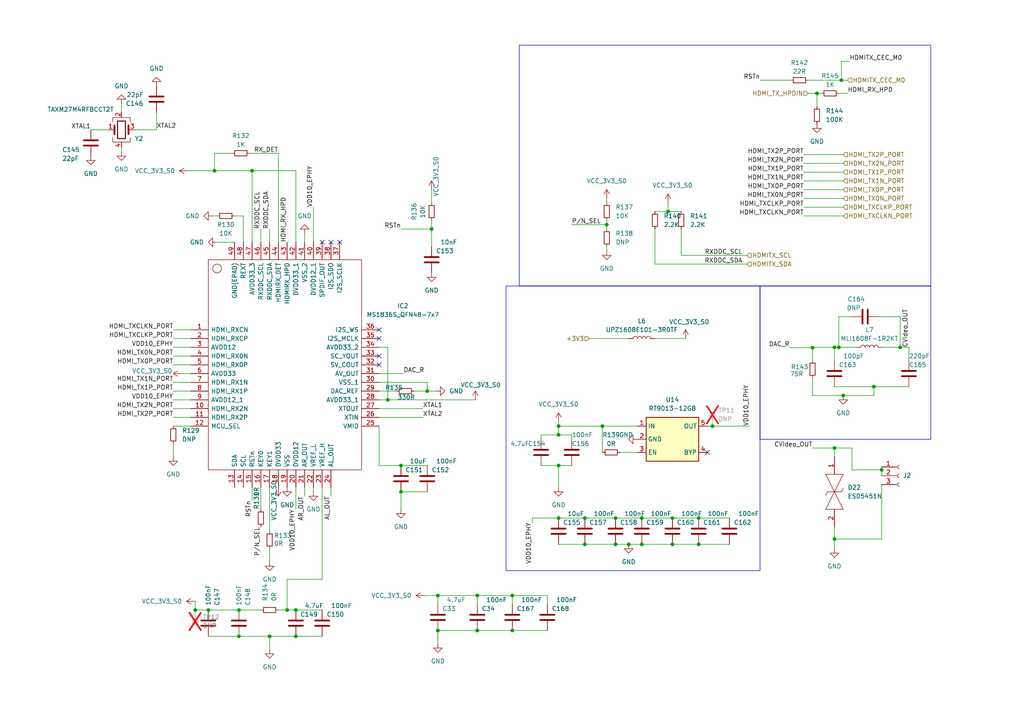
<source format=kicad_sch>
(kicad_sch (version 20231120) (generator "eeschema") (generator_version "8.0")
  (paper "A4")
  (junction (at 253.4574 112.1637))
  (junction (at 127 172.72))
  (junction (at 116.2974 142.6437))
  (junction (at 202.6574 157.8837))
  (junction (at 169.6374 150.2637))
  (junction (at 175.9874 65.1737))
  (junction (at 244.0487 23.2637))
  (junction (at 123.9174 113.4337))
  (junction (at 206.6461 123.5937))
  (junction (at 73.1174 49.53))
  (junction (at 261.0774 100.7337))
  (junction (at 195.0374 157.8837))
  (junction (at 148.59 172.72))
  (junction (at 235.6774 100.8488))
  (junction (at 186.1474 150.2637))
  (junction (at 125.1874 66.4437))
  (junction (at 178.5274 157.8837))
  (junction (at 202.6574 150.2637))
  (junction (at 138.43 172.72))
  (junction (at 148.59 182.88))
  (junction (at 60.4174 176.9337))
  (junction (at 138.43 182.88))
  (junction (at 178.5274 150.2637))
  (junction (at 242.0274 156.3403))
  (junction (at 255.7436 136.2937))
  (junction (at 186.1474 157.8837))
  (junction (at 83.2774 176.9337))
  (junction (at 127 182.88))
  (junction (at 162.0174 126.1337))
  (junction (at 85.8174 184.5537))
  (junction (at 169.6374 157.8837))
  (junction (at 69.3074 184.5537))
  (junction (at 162.0174 123.5937))
  (junction (at 244.5674 114.7037))
  (junction (at 242.0274 129.9437))
  (junction (at 243.2974 100.7337))
  (junction (at 78.1974 184.5537))
  (junction (at 112.4874 115.9737))
  (junction (at 236.9474 27.0737))
  (junction (at 162.0174 150.2637))
  (junction (at 56.6074 176.9337))
  (junction (at 242.0274 100.7337))
  (junction (at 62.23 49.53))
  (junction (at 193.7674 61.3637))
  (junction (at 162.0174 135.0237))
  (junction (at 174.7174 123.5937))
  (junction (at 85.8174 176.9337))
  (junction (at 116.2974 135.0237))
  (junction (at 69.3074 176.9337))
  (junction (at 182.3374 157.8837))
  (junction (at 195.0374 150.2637))
  (no_connect (at 109.9474 98.1937))
  (no_connect (at 98.5174 70.2537))
  (no_connect (at 205.1974 131.2137))
  (no_connect (at 109.9474 95.6537))
  (no_connect (at 109.9474 105.8137))
  (no_connect (at 109.9474 103.2737))
  (no_connect (at 95.9774 70.2537))
  (no_connect (at 93.4374 70.2537))
  (wire (pts (xy 169.6374 157.8837) (xy 178.5274 157.8837)))
  (wire (pts (xy 50.2574 118.5137) (xy 55.3374 118.5137)))
  (wire (pts (xy 138.43 182.88) (xy 127 182.88)))
  (wire (pts (xy 233.1374 57.5537) (xy 244.5674 57.5537)))
  (wire (pts (xy 148.59 172.72) (xy 138.43 172.72)))
  (wire (pts (xy 244.0487 23.2637) (xy 245.8374 23.2637)))
  (wire (pts (xy 169.6374 150.2637) (xy 178.5274 150.2637)))
  (wire (pts (xy 235.6774 114.7037) (xy 235.6774 109.6237)))
  (wire (pts (xy 122.6474 121.0537) (xy 109.9474 121.0537)))
  (wire (pts (xy 174.7174 123.5937) (xy 174.7174 131.2137)))
  (wire (pts (xy 158.75 175.26) (xy 158.75 172.72)))
  (wire (pts (xy 137.8874 115.9737) (xy 112.4874 115.9737)))
  (wire (pts (xy 61.6874 62.6337) (xy 62.9574 62.6337)))
  (wire (pts (xy 179.7974 131.2137) (xy 184.8774 131.2137)))
  (wire (pts (xy 175.9874 65.1737) (xy 175.9874 63.9037)))
  (wire (pts (xy 126.4574 113.4337) (xy 123.9174 113.4337)))
  (wire (pts (xy 120.1074 113.4337) (xy 123.9174 113.4337)))
  (wire (pts (xy 85.8174 176.9337) (xy 83.2774 176.9337)))
  (wire (pts (xy 156.9374 135.0237) (xy 162.0174 135.0237)))
  (wire (pts (xy 62.23 44.45) (xy 62.23 49.53)))
  (wire (pts (xy 39.045 37.6506) (xy 45.395 37.6506)))
  (wire (pts (xy 165.8274 65.1737) (xy 175.9874 65.1737)))
  (wire (pts (xy 75.6574 147.7237) (xy 75.6574 141.3737)))
  (wire (pts (xy 209.55 123.5971) (xy 209.55 123.5937)))
  (wire (pts (xy 148.59 182.88) (xy 138.43 182.88)))
  (wire (pts (xy 263.6174 100.7337) (xy 263.6174 104.5437)))
  (wire (pts (xy 109.9474 100.7337) (xy 112.4874 100.7337)))
  (wire (pts (xy 60.4174 176.9337) (xy 56.6074 176.9337)))
  (wire (pts (xy 88.3574 67.7137) (xy 88.3574 70.2537)))
  (wire (pts (xy 235.6774 129.9437) (xy 242.0274 129.9437)))
  (wire (pts (xy 50.2574 113.4337) (xy 55.3374 113.4337)))
  (wire (pts (xy 235.6774 104.5437) (xy 235.6774 100.8488)))
  (wire (pts (xy 83.2774 176.9337) (xy 80.7374 176.9337)))
  (wire (pts (xy 255.7436 136.2937) (xy 255.7436 137.9873)))
  (wire (pts (xy 193.7674 61.3637) (xy 197.5774 61.3637)))
  (wire (pts (xy 243.2974 91.8437) (xy 243.2974 100.7337)))
  (wire (pts (xy 202.6574 150.2637) (xy 211.5474 150.2637)))
  (wire (pts (xy 116.2974 142.6437) (xy 123.9174 142.6437)))
  (wire (pts (xy 69.3074 184.5537) (xy 78.1974 184.5537)))
  (wire (pts (xy 69.3074 176.9337) (xy 60.4174 176.9337)))
  (wire (pts (xy 244.5674 114.7037) (xy 253.4574 114.7037)))
  (wire (pts (xy 116.2974 147.7237) (xy 116.2974 142.6437)))
  (wire (pts (xy 156.9374 126.1337) (xy 162.0174 126.1337)))
  (wire (pts (xy 112.4874 115.9737) (xy 109.9474 115.9737)))
  (wire (pts (xy 138.43 172.72) (xy 127 172.72)))
  (wire (pts (xy 50.2574 95.6537) (xy 55.3374 95.6537)))
  (wire (pts (xy 70.5774 62.6337) (xy 68.0374 62.6337)))
  (wire (pts (xy 233.1374 49.9337) (xy 244.5674 49.9337)))
  (wire (pts (xy 247.1074 136.2937) (xy 247.1074 129.9437)))
  (wire (pts (xy 62.23 49.53) (xy 73.1174 49.53)))
  (wire (pts (xy 162.0174 126.1337) (xy 165.8274 126.1337)))
  (wire (pts (xy 193.7674 58.8237) (xy 193.7674 61.3637)))
  (wire (pts (xy 138.43 175.26) (xy 138.43 172.72)))
  (wire (pts (xy 233.1374 62.6337) (xy 244.5674 62.6337)))
  (wire (pts (xy 246.38 17.78) (xy 244.0487 17.78)))
  (wire (pts (xy 50.2574 123.5937) (xy 55.3374 123.5937)))
  (wire (pts (xy 50.2574 100.7337) (xy 55.3374 100.7337)))
  (wire (pts (xy 165.8274 126.1337) (xy 165.8274 127.4037)))
  (wire (pts (xy 50.2574 121.0537) (xy 55.3374 121.0537)))
  (wire (pts (xy 45.395 32.5706) (xy 45.395 37.6506)))
  (wire (pts (xy 255.7436 140.5273) (xy 255.7436 156.3403)))
  (wire (pts (xy 123.9174 110.8937) (xy 123.9174 113.4337)))
  (wire (pts (xy 125.1874 71.5237) (xy 125.1874 66.4437)))
  (wire (pts (xy 255.9974 100.7337) (xy 261.0774 100.7337)))
  (wire (pts (xy 186.1474 150.2637) (xy 195.0374 150.2637)))
  (wire (pts (xy 85.8174 184.5537) (xy 93.4374 184.5537)))
  (wire (pts (xy 50.2574 115.9737) (xy 55.3374 115.9737)))
  (wire (pts (xy 75.6574 66.4437) (xy 75.6574 70.2537)))
  (wire (pts (xy 174.7174 123.5937) (xy 184.8774 123.5937)))
  (wire (pts (xy 243.2974 100.7337) (xy 242.0274 100.7337)))
  (wire (pts (xy 78.1974 66.4437) (xy 78.1974 70.2537)))
  (wire (pts (xy 112.4874 100.7337) (xy 112.4874 115.9737)))
  (wire (pts (xy 162.0174 157.8837) (xy 169.6374 157.8837)))
  (wire (pts (xy 261.0774 91.8437) (xy 254.7274 91.8437)))
  (wire (pts (xy 242.0274 152.8037) (xy 242.0274 156.3403)))
  (wire (pts (xy 35.235 30.0306) (xy 35.235 32.5706)))
  (wire (pts (xy 78.1974 159.1537) (xy 78.1974 162.9637)))
  (wire (pts (xy 178.5274 157.8837) (xy 182.3374 157.8837)))
  (wire (pts (xy 122.6474 118.5137) (xy 109.9474 118.5137)))
  (wire (pts (xy 90.8974 60.0937) (xy 90.8974 70.2537)))
  (wire (pts (xy 255.7436 135.4473) (xy 255.7436 136.2937)))
  (wire (pts (xy 62.23 44.45) (xy 67.31 44.45)))
  (wire (pts (xy 195.0374 150.2637) (xy 202.6574 150.2637)))
  (wire (pts (xy 236.9474 27.0737) (xy 238.2174 27.0737)))
  (wire (pts (xy 154.3974 151.5337) (xy 154.3974 150.2637)))
  (wire (pts (xy 162.0174 122.3237) (xy 162.0174 123.5937)))
  (wire (pts (xy 253.4574 112.1637) (xy 253.4574 114.7037)))
  (wire (pts (xy 156.9374 127.4037) (xy 156.9374 126.1337)))
  (wire (pts (xy 78.1974 154.0737) (xy 78.1974 141.3737)))
  (wire (pts (xy 78.1974 184.5537) (xy 85.8174 184.5537)))
  (wire (pts (xy 115.0274 113.4337) (xy 109.9474 113.4337)))
  (wire (pts (xy 88.3574 143.9137) (xy 88.3574 141.3737)))
  (wire (pts (xy 162.0174 123.5937) (xy 174.7174 123.5937)))
  (wire (pts (xy 72.39 44.45) (xy 80.7374 44.45)))
  (wire (pts (xy 62.23 49.53) (xy 54.61 49.53)))
  (wire (pts (xy 123.19 172.72) (xy 127 172.72)))
  (wire (pts (xy 233.1374 52.4737) (xy 244.5674 52.4737)))
  (wire (pts (xy 247.1074 136.2937) (xy 255.7436 136.2937)))
  (wire (pts (xy 261.0774 100.7337) (xy 263.6174 100.7337)))
  (wire (pts (xy 50.2574 98.1937) (xy 55.3374 98.1937)))
  (wire (pts (xy 234.4074 27.0737) (xy 236.9474 27.0737)))
  (wire (pts (xy 93.4374 141.3737) (xy 93.4374 168.0437)))
  (wire (pts (xy 209.55 123.5937) (xy 206.6461 123.5937)))
  (wire (pts (xy 202.6574 157.8837) (xy 211.5474 157.8837)))
  (wire (pts (xy 242.0274 156.3403) (xy 242.0274 159.1537)))
  (wire (pts (xy 189.9574 61.3637) (xy 193.7674 61.3637)))
  (wire (pts (xy 93.4374 168.0437) (xy 83.2774 168.0437)))
  (wire (pts (xy 117.0066 108.3625) (xy 115.824 108.3625)))
  (wire (pts (xy 127 172.72) (xy 127 175.26)))
  (wire (pts (xy 242.0274 112.1637) (xy 253.4574 112.1637)))
  (wire (pts (xy 123.9174 135.0237) (xy 116.2974 135.0237)))
  (wire (pts (xy 248.3774 100.7337) (xy 243.2974 100.7337)))
  (wire (pts (xy 70.5774 62.6337) (xy 70.5774 70.2537)))
  (wire (pts (xy 242.0274 129.9437) (xy 242.0274 132.4837)))
  (wire (pts (xy 178.5274 150.2637) (xy 186.1474 150.2637)))
  (wire (pts (xy 50.2574 103.2737) (xy 55.3374 103.2737)))
  (wire (pts (xy 83.2774 168.0437) (xy 83.2774 176.9337)))
  (wire (pts (xy 50.2574 132.4837) (xy 50.2574 128.6737)))
  (wire (pts (xy 189.9574 76.6037) (xy 216.6274 76.6037)))
  (wire (pts (xy 170.9074 98.1937) (xy 182.3374 98.1937)))
  (wire (pts (xy 85.8174 49.53) (xy 85.8174 70.2537)))
  (wire (pts (xy 195.0374 157.8837) (xy 202.6574 157.8837)))
  (wire (pts (xy 247.1074 129.9437) (xy 242.0274 129.9437)))
  (wire (pts (xy 236.9474 30.8837) (xy 236.9474 27.0737)))
  (wire (pts (xy 95.9774 143.9137) (xy 95.9774 141.3737)))
  (wire (pts (xy 175.9874 72.7937) (xy 175.9874 71.5237)))
  (wire (pts (xy 62.9574 70.2537) (xy 68.0374 70.2537)))
  (wire (pts (xy 234.4074 23.2637) (xy 244.0487 23.2637)))
  (wire (pts (xy 73.1174 49.53) (xy 73.1174 70.2537)))
  (wire (pts (xy 148.59 175.26) (xy 148.59 172.72)))
  (wire (pts (xy 26.345 37.6506) (xy 31.425 37.6506)))
  (wire (pts (xy 115.824 108.3625) (xy 115.824 108.3537)))
  (wire (pts (xy 115.824 108.3537) (xy 109.9474 108.3537)))
  (wire (pts (xy 197.5774 74.0637) (xy 216.6274 74.0637)))
  (wire (pts (xy 189.9574 66.4437) (xy 189.9574 76.6037)))
  (wire (pts (xy 235.6774 100.7337) (xy 242.0274 100.7337)))
  (wire (pts (xy 35.235 44.0006) (xy 35.235 42.7306)))
  (wire (pts (xy 261.0774 91.8437) (xy 261.0774 100.7337)))
  (wire (pts (xy 158.75 172.72) (xy 148.59 172.72)))
  (wire (pts (xy 75.6574 176.9337) (xy 69.3074 176.9337)))
  (wire (pts (xy 233.1374 47.3937) (xy 244.5674 47.3937)))
  (wire (pts (xy 56.6074 176.9337) (xy 56.6074 174.3937)))
  (wire (pts (xy 243.2974 91.8437) (xy 247.1074 91.8437)))
  (wire (pts (xy 233.1374 55.0137) (xy 244.5674 55.0137)))
  (wire (pts (xy 233.1374 60.0937) (xy 244.5674 60.0937)))
  (wire (pts (xy 125.1874 66.4437) (xy 125.1874 63.9037)))
  (wire (pts (xy 206.6461 123.5937) (xy 205.1974 123.5937)))
  (wire (pts (xy 109.9474 110.8937) (xy 123.9174 110.8937)))
  (wire (pts (xy 242.0274 156.3403) (xy 255.7436 156.3403)))
  (wire (pts (xy 197.5774 66.4437) (xy 197.5774 74.0637)))
  (wire (pts (xy 235.6774 100.8488) (xy 235.6774 100.7337)))
  (wire (pts (xy 175.9874 58.8237) (xy 175.9874 57.5537)))
  (wire (pts (xy 90.8974 142.6437) (xy 90.8974 141.3737)))
  (wire (pts (xy 116.2974 66.4437) (xy 125.1874 66.4437)))
  (wire (pts (xy 80.7374 44.45) (xy 80.7374 70.2537)))
  (wire (pts (xy 60.4174 184.5537) (xy 69.3074 184.5537)))
  (wire (pts (xy 78.1974 188.3637) (xy 78.1974 184.5537)))
  (wire (pts (xy 162.0174 135.0237) (xy 165.8274 135.0237)))
  (wire (pts (xy 116.2974 135.0237) (xy 109.9474 135.0237)))
  (wire (pts (xy 109.9474 135.0237) (xy 109.9474 123.5937)))
  (wire (pts (xy 73.1174 49.53) (xy 85.8174 49.53)))
  (wire (pts (xy 182.3374 157.8837) (xy 186.1474 157.8837)))
  (wire (pts (xy 93.4374 176.9337) (xy 85.8174 176.9337)))
  (wire (pts (xy 189.9574 98.1937) (xy 198.8474 98.1937)))
  (wire (pts (xy 242.0274 100.7337) (xy 242.0274 104.5437)))
  (wire (pts (xy 50.2574 105.8137) (xy 55.3374 105.8137)))
  (wire (pts (xy 158.75 182.88) (xy 148.59 182.88)))
  (wire (pts (xy 162.0174 123.5937) (xy 162.0174 126.1337)))
  (wire (pts (xy 243.2974 27.0737) (xy 245.8374 27.0737)))
  (wire (pts (xy 73.1174 145.1837) (xy 73.1174 141.3737)))
  (wire (pts (xy 186.1474 157.8837) (xy 195.0374 157.8837)))
  (wire (pts (xy 233.1374 44.8537) (xy 244.5674 44.8537)))
  (wire (pts (xy 50.2574 110.8937) (xy 55.3374 110.8937)))
  (wire (pts (xy 175.9874 66.4437) (xy 175.9874 65.1737)))
  (wire (pts (xy 125.1874 58.8237) (xy 125.1874 55.0137)))
  (wire (pts (xy 52.7974 108.3537) (xy 55.3374 108.3537)))
  (wire (pts (xy 162.0174 135.0237) (xy 162.0174 141.3737)))
  (wire (pts (xy 85.8174 147.7237) (xy 85.8174 141.3737)))
  (wire (pts (xy 253.4574 112.1637) (xy 263.6174 112.1637)))
  (wire (pts (xy 244.0487 17.78) (xy 244.0487 23.2637)))
  (wire (pts (xy 235.6774 114.7037) (xy 244.5674 114.7037)))
  (wire (pts (xy 220.4374 23.2637) (xy 229.3274 23.2637)))
  (wire (pts (xy 127 182.88) (xy 127 186.69)))
  (wire (pts (xy 235.6774 100.8488) (xy 229.0122 100.8488)))
  (wire (pts (xy 217.4517 123.5971) (xy 209.55 123.5971)))
  (wire (pts (xy 162.0174 150.2637) (xy 169.6374 150.2637)))
  (wire (pts (xy 154.3974 150.2637) (xy 162.0174 150.2637)))
  (rectangle (start 146.7774 82.9537) (end 220.4374 165.5037))
  (rectangle (start 220.4374 82.9537) (end 269.9674 127.4037))
  (rectangle (start 150.622 13.1037) (end 269.9674 82.9537))
  (label "CVideo_OUT" (at 263.6174 100.7337 90))
  (label "P{slash}N_SEL" (at 75.6574 152.8037 270))
  (label "XTAL1" (at 26.345 37.6506 180))
  (label "HDMI_TXCLKP_PORT" (at 233.1374 60.0937 180))
  (label "HDMI_TXCLKP_PORT" (at 50.2574 98.1937 180))
  (label "HDMI_TX1P_PORT" (at 50.2574 113.4337 180))
  (label "RSTn" (at 73.1174 145.1837 270))
  (label "DAC_R" (at 117.0066 108.3625 0))
  (label "P{slash}N_SEL" (at 165.8274 65.1737 0))
  (label "RXDDC_SCL" (at 215.3574 74.0637 180))
  (label "HDMI_TX1P_PORT" (at 233.1374 49.9337 180))
  (label "VDD10_EPHY" (at 85.8174 147.7237 270))
  (label "AL_OUT" (at 95.9774 143.9137 270))
  (label "RSTn" (at 220.4374 23.2637 180))
  (label "HDMI_TX0P_PORT" (at 50.2574 105.8137 180))
  (label "HDMITX_CEC_M0" (at 246.38 17.78 0))
  (label "VDD10_EPHY" (at 50.2574 115.9737 180))
  (label "HDMI_TX2N_PORT" (at 233.1374 47.3937 180))
  (label "VDD10_EPHY" (at 217.4517 123.5971 90))
  (label "CVideo_OUT" (at 235.6774 129.9437 180))
  (label "HDMI_TX1N_PORT" (at 50.2574 110.8937 180))
  (label "HDMI_TX1N_PORT" (at 233.1374 52.4737 180))
  (label "HDMI_TX0N_PORT" (at 50.2574 103.2737 180))
  (label "HDMI_TX0N_PORT" (at 233.1374 57.5537 180))
  (label "VDD10_EPHY" (at 154.3974 151.5337 270))
  (label "HDMI_TX2N_PORT" (at 50.2574 118.5137 180))
  (label "RXDDC_SDA" (at 215.3574 76.6037 180))
  (label "HDMI_TXCLKN_PORT" (at 50.2574 95.6537 180))
  (label "RSTn" (at 116.2974 66.4437 180))
  (label "RXDDC_SDA" (at 78.1974 66.4437 90))
  (label "VDD10_EPHY" (at 90.8974 60.0937 90))
  (label "XTAL2" (at 122.6474 121.0537 0))
  (label "XTAL1" (at 122.6474 118.5137 0))
  (label "XTAL2" (at 45.395 37.4969 0))
  (label "HDMI_RX_HPD" (at 245.8374 27.0737 0))
  (label "DAC_R" (at 229.0122 100.8488 180))
  (label "RX_DET" (at 73.66 44.45 0))
  (label "HDMI_RX_HPD" (at 83.2774 70.2537 90))
  (label "HDMI_TX2P_PORT" (at 50.2574 121.0537 180))
  (label "AR_OUT" (at 88.3574 143.9137 270))
  (label "HDMI_TX2P_PORT" (at 233.1374 44.8537 180))
  (label "HDMI_TXCLKN_PORT" (at 233.1374 62.6337 180))
  (label "VDD10_EPHY" (at 50.2574 100.7337 180))
  (label "HDMI_TX0P_PORT" (at 233.1374 55.0137 180))
  (label "RXDDC_SCL" (at 75.6574 66.4437 90))
  (hierarchical_label "HDMI_TX0P_PORT" (shape input) (at 244.5674 55.0137 0))
  (hierarchical_label "HDMITX_CEC_M0" (shape input) (at 245.8374 23.2637 0))
  (hierarchical_label "HDMI_TX1P_PORT" (shape input) (at 244.5674 49.9337 0))
  (hierarchical_label "+3V3" (shape input) (at 170.9074 98.1937 180))
  (hierarchical_label "HDMI_TXCLKN_PORT" (shape input) (at 244.5674 62.6337 0))
  (hierarchical_label "HDMITX_SDA" (shape input) (at 216.6274 76.6037 0))
  (hierarchical_label "HDMI_TX2P_PORT" (shape input) (at 244.5674 44.8537 0))
  (hierarchical_label "HDMI_TX_HPDIN" (shape input) (at 234.4074 27.0737 180))
  (hierarchical_label "HDMI_TX1N_PORT" (shape input) (at 244.5674 52.4737 0))
  (hierarchical_label "HDMI_TX0N_PORT" (shape input) (at 244.5674 57.5537 0))
  (hierarchical_label "HDMITX_SCL" (shape input) (at 216.6274 74.0637 0))
  (hierarchical_label "HDMI_TXCLKP_PORT" (shape input) (at 244.5674 60.0937 0))
  (hierarchical_label "HDMI_TX2N_PORT" (shape input) (at 244.5674 47.3937 0))
  (symbol (lib_id "power:GND") (at 236.9474 35.9637 0) (unit 1)
    (property "Reference" "#PWR0188" (effects (hide yes)))
    (property "Value" "GND" (at 236.9474 41.0437 0))
    (property "Description" "Power symbol creates a global label with name \"GND\" , ground" (effects (hide yes)))
    (instances (project "Movita_3566_XV_Router_V3.1" (path "" (reference "#PWR0188") (unit 1))) (project "HDMI_CVBS" (path "" (reference "#PWR087") (unit 1))) (project "HDMI_CVBS" (path "" (reference "#PWR08") (unit 1))))
  )
  (symbol (lib_id "Device:R_Small") (at 236.9474 33.4237 0) (unit 1)
    (property "Reference" "R144" (at 239.4874 32.1537 0) (effects (justify left)))
    (property "Value" "100K" (at 239.4874 34.6937 0) (effects (justify left)))
    (property "Footprint" "Resistor_SMD:R_0603_1608Metric" (effects (hide yes)))
    (property "Description" "Resistor, small symbol" (effects (hide yes)))
    (property "MPN" "0603WAF1003T5E" (effects (hide yes)))
    (instances (project "Movita_3566_XV_Router_V3.1" (path "" (reference "R144") (unit 1))) (project "HDMI_CVBS" (path "" (reference "R50") (unit 1))) (project "HDMI_CVBS" (path "" (reference "R7") (unit 1))))
  )
  (symbol (lib_id "Device:R_Small") (at 240.7574 27.0737 270) (unit 1)
    (property "Reference" "R145" (at 240.7574 21.9937 90))
    (property "Value" "1K" (at 240.7574 24.5337 90))
    (property "Footprint" "Resistor_SMD:R_0603_1608Metric" (effects (hide yes)))
    (property "Description" "Resistor, small symbol" (effects (hide yes)))
    (property "MPN" "0603WAF1001T5E" (effects (hide yes)))
    (instances (project "Movita_3566_XV_Router_V3.1" (path "" (reference "R145") (unit 1))) (project "HDMI_CVBS" (path "" (reference "R51") (unit 1))) (project "HDMI_CVBS" (path "" (reference "R6") (unit 1))))
  )
  (symbol (lib_id "Device:C") (at 165.8274 131.2137 0) (unit 1)
    (property "Reference" "C156" (at 165.8274 128.6737 0) (effects (justify left)))
    (property "Value" "100nF" (at 165.8274 126.1337 0) (effects (justify left)))
    (property "Footprint" "Capacitor_SMD:C_0603_1608Metric" (effects (hide yes)))
    (property "Description" "Unpolarized capacitor" (effects (hide yes)))
    (property "MPN" "0603B104K500NT" (effects (hide yes)))
    (instances (project "Movita_3566_XV_Router_V3.1" (path "" (reference "C156") (unit 1))) (project "HDMI_CVBS" (path "" (reference "C73") (unit 1))) (project "HDMI_CVBS" (path "" (reference "C4") (unit 1))))
  )
  (symbol (lib_id "power:GND") (at 244.5674 114.7037 0) (unit 1)
    (property "Reference" "#PWR0190" (effects (hide yes)))
    (property "Value" "GND" (at 244.5674 119.7837 0))
    (property "Description" "Power symbol creates a global label with name \"GND\" , ground" (effects (hide yes)))
    (instances (project "Movita_3566_XV_Router_V3.1" (path "" (reference "#PWR0190") (unit 1))) (project "HDMI_CVBS" (path "" (reference "#PWR089") (unit 1))) (project "HDMI_CVBS" (path "" (reference "#PWR015") (unit 1))))
  )
  (symbol (lib_id "Device:C") (at 156.9374 131.2137 0) (unit 1)
    (property "Reference" "C154" (at 153.1274 128.6737 0) (effects (justify left)))
    (property "Value" "4.7uF" (at 148.0474 128.6737 0) (effects (justify left)))
    (property "Footprint" "Capacitor_SMD:C_0603_1608Metric" (effects (hide yes)))
    (property "Description" "Unpolarized capacitor" (effects (hide yes)))
    (property "MPN" "CL10A475KO8NNNC" (effects (hide yes)))
    (instances (project "Movita_3566_XV_Router_V3.1" (path "" (reference "C154") (unit 1))) (project "HDMI_CVBS" (path "" (reference "C71") (unit 1))) (project "HDMI_CVBS" (path "" (reference "C3") (unit 1))))
  )
  (symbol (lib_id "power:GND") (at 126.4574 113.4337 90) (unit 1)
    (property "Reference" "#PWR0166" (effects (hide yes)))
    (property "Value" "GND" (at 130.2674 113.4337 90) (effects (justify right)))
    (property "Description" "Power symbol creates a global label with name \"GND\" , ground" (effects (hide yes)))
    (instances (project "Movita_3566_XV_Router_V3.1" (path "" (reference "#PWR0166") (unit 1))) (project "HDMI_CVBS" (path "" (reference "#PWR075") (unit 1))) (project "HDMI_CVBS" (path "" (reference "#PWR027") (unit 1))))
  )
  (symbol (lib_id "power:GND") (at 61.6874 62.6337 270) (unit 1)
    (property "Reference" "#PWR0150" (effects (hide yes)))
    (property "Value" "GND" (at 57.8774 62.6337 90) (effects (justify right)))
    (property "Description" "Power symbol creates a global label with name \"GND\" , ground" (effects (hide yes)))
    (instances (project "Movita_3566_XV_Router_V3.1" (path "" (reference "#PWR0150") (unit 1))) (project "HDMI_CVBS" (path "" (reference "#PWR064") (unit 1))) (project "HDMI_CVBS" (path "" (reference "#PWR032") (unit 1))))
  )
  (symbol (lib_id "Connector:Conn_01x03_Socket") (at 260.8236 137.9873 0) (unit 1)
    (property "Reference" "J2" (at 261.874 137.922 0) (effects (justify left)))
    (property "Value" "DNP" (effects (hide yes)))
    (property "Footprint" "Footprint Library:AV_CON" (effects (hide yes)))
    (property "Description" "Generic connector, single row, 01x03, script generated" (effects (hide yes)))
    (property "MPN" "莲花座AV1-8.4-5A 黑色" (effects (hide yes)))
  )
  (symbol (lib_id "power:GND") (at 35.235 30.0306 180) (unit 1)
    (property "Reference" "#PWR07" (effects (hide yes)))
    (property "Value" "GND" (at 35.235 24.9506 0))
    (property "Description" "Power symbol creates a global label with name \"GND\" , ground" (effects (hide yes)))
    (instances (project "Movita_3566_XV_Router_V3.1" (path "" (reference "#PWR07") (unit 1))) (project "HDMI_CVBS" (path "" (reference "#PWR058") (unit 1))) (project "HDMI_CVBS" (path "" (reference "#PWR02") (unit 1))))
  )
  (symbol (lib_id "Device:R_Small") (at 69.85 44.45 90) (unit 1)
    (property "Reference" "R132" (at 69.85 39.37 90))
    (property "Value" "1K" (at 69.85 41.91 90))
    (property "Footprint" "Resistor_SMD:R_0603_1608Metric" (effects (hide yes)))
    (property "Description" "Resistor, small symbol" (effects (hide yes)))
    (property "MPN" "0603WAF1001T5E" (effects (hide yes)))
    (instances (project "Movita_3566_XV_Router_V3.1" (path "" (reference "R132") (unit 1))) (project "HDMI_CVBS" (path "" (reference "R38") (unit 1))) (project "HDMI_CVBS" (path "" (reference "R17") (unit 1))))
  )
  (symbol (lib_id "power:GND") (at 125.1874 79.1437 0) (unit 1)
    (property "Reference" "#PWR0165" (effects (hide yes)))
    (property "Value" "GND" (at 125.1874 84.2237 0))
    (property "Description" "Power symbol creates a global label with name \"GND\" , ground" (effects (hide yes)))
    (instances (project "Movita_3566_XV_Router_V3.1" (path "" (reference "#PWR0165") (unit 1))) (project "HDMI_CVBS" (path "" (reference "#PWR077") (unit 1))) (project "HDMI_CVBS" (path "" (reference "#PWR029") (unit 1))))
  )
  (symbol (lib_id "Device:R_Small") (at 197.5774 63.9037 180) (unit 1)
    (property "Reference" "R141" (at 200.1174 62.6337 0) (effects (justify right)))
    (property "Value" "2.2K" (at 200.1174 65.1737 0) (effects (justify right)))
    (property "Footprint" "Resistor_SMD:R_0603_1608Metric" (effects (hide yes)))
    (property "Description" "Resistor, small symbol" (effects (hide yes)))
    (property "MPN" "0603WAF2201T5E" (effects (hide yes)))
    (instances (project "Movita_3566_XV_Router_V3.1" (path "" (reference "R141") (unit 1))) (project "HDMI_CVBS" (path "" (reference "R47") (unit 1))) (project "HDMI_CVBS" (path "" (reference "R1") (unit 1))))
  )
  (symbol (lib_id "Device:R_Small") (at 50.2574 126.1337 180) (unit 1)
    (property "Reference" "R129" (at 52.7974 124.8637 0) (effects (justify right)))
    (property "Value" "DNP" (at 52.7974 127.4037 0) (effects (justify right)))
    (property "Footprint" "Resistor_SMD:R_0402_1005Metric" (effects (hide yes)))
    (property "Description" "Resistor, small symbol" (effects (hide yes)))
    (instances (project "Movita_3566_XV_Router_V3.1" (path "" (reference "R129") (unit 1))) (project "HDMI_CVBS" (path "" (reference "R35") (unit 1))) (project "HDMI_CVBS" (path "" (reference "R10") (unit 1))))
  )
  (symbol (lib_id "power:VCC") (at 54.61 49.53 90) (unit 1)
    (property "Reference" "#PWR0154" (effects (hide yes)))
    (property "Value" "VCC_3V3_S0" (at 50.8 49.53 90) (effects (justify left)))
    (property "Description" "Power symbol creates a global label with name \"VCC\"" (effects (hide yes)))
    (instances (project "Movita_3566_XV_Router_V3.1" (path "" (reference "#PWR0154") (unit 1))) (project "HDMI_CVBS" (path "" (reference "#PWR066") (unit 1))) (project "HDMI_CVBS" (path "" (reference "#PWR031") (unit 1))))
  )
  (symbol (lib_id "power:VCC") (at 162.0174 122.3237 0) (unit 1)
    (property "Reference" "#PWR0170" (effects (hide yes)))
    (property "Value" "VCC_3V3_S0" (at 162.0174 117.2437 0))
    (property "Description" "Power symbol creates a global label with name \"VCC\"" (effects (hide yes)))
    (instances (project "Movita_3566_XV_Router_V3.1" (path "" (reference "#PWR0170") (unit 1))) (project "HDMI_CVBS" (path "" (reference "#PWR078") (unit 1))) (project "HDMI_CVBS" (path "" (reference "#PWR011") (unit 1))))
  )
  (symbol (lib_id "power:VCC") (at 80.7374 141.3737 180) (unit 1)
    (property "Reference" "#PWR0157" (effects (hide yes)))
    (property "Value" "VCC_3V3_S0" (at 79.4674 145.1837 90))
    (property "Description" "Power symbol creates a global label with name \"VCC\"" (effects (hide yes)))
    (instances (project "Movita_3566_XV_Router_V3.1" (path "" (reference "#PWR0157") (unit 1))) (project "HDMI_CVBS" (path "" (reference "#PWR069") (unit 1))) (project "HDMI_CVBS" (path "" (reference "#PWR020") (unit 1))))
  )
  (symbol (lib_id "power:VCC") (at 198.8474 98.1937 0) (unit 1)
    (property "Reference" "#PWR0187" (effects (hide yes)))
    (property "Value" "VCC_3V3_S0" (at 194.0214 93.3677 0) (effects (justify left)))
    (property "Description" "Power symbol creates a global label with name \"VCC\"" (effects (hide yes)))
    (instances (project "Movita_3566_XV_Router_V3.1" (path "" (reference "#PWR0187") (unit 1))) (project "HDMI_CVBS" (path "" (reference "#PWR085") (unit 1))) (project "HDMI_CVBS" (path "" (reference "#PWR09") (unit 1))))
  )
  (symbol (lib_id "Device:C") (at 26.345 41.4606 0) (unit 1)
    (property "Reference" "C145" (at 18.034 43.434 0) (effects (justify left)))
    (property "Value" "22pF" (at 18.034 45.974 0) (effects (justify left)))
    (property "Footprint" "Capacitor_SMD:C_0603_1608Metric" (effects (hide yes)))
    (property "Description" "Unpolarized capacitor" (effects (hide yes)))
    (property "MPN" "CL10C220JB8NNNC" (effects (hide yes)))
    (instances (project "Movita_3566_XV_Router_V3.1" (path "" (reference "C145") (unit 1))) (project "HDMI_CVBS" (path "" (reference "C62") (unit 1))) (project "HDMI_CVBS" (path "" (reference "C1") (unit 1))))
  )
  (symbol (lib_id "Device:C") (at 178.5274 154.0737 0) (unit 1)
    (property "Reference" "C158" (at 179.7974 151.5337 0) (effects (justify left)))
    (property "Value" "100nF" (at 181.0674 148.9937 0) (effects (justify left)))
    (property "Footprint" "Capacitor_SMD:C_0603_1608Metric" (effects (hide yes)))
    (property "Description" "Unpolarized capacitor" (effects (hide yes)))
    (property "MPN" "0603B104K500NT" (effects (hide yes)))
    (instances (project "Movita_3566_XV_Router_V3.1" (path "" (reference "C158") (unit 1))) (project "HDMI_CVBS" (path "" (reference "C75") (unit 1))) (project "HDMI_CVBS" (path "" (reference "C7") (unit 1))))
  )
  (symbol (lib_id "Device:C") (at 127 179.07 0) (unit 1)
    (property "Reference" "C33" (at 128.27 176.53 0) (effects (justify left)))
    (property "Value" "4.7uF" (at 129.54 173.99 0) (effects (justify left)))
    (property "Footprint" "Capacitor_SMD:C_0603_1608Metric" (effects (hide yes)))
    (property "Description" "Unpolarized capacitor" (effects (hide yes)))
    (property "MPN" "CL10A475KO8NNNC" (effects (hide yes)))
    (instances (project "Movita_3566_XV_Router_V3.1" (path "" (reference "C33") (unit 1))) (project "HDMI_CVBS" (path "" (reference "C66") (unit 1))) (project "HDMI_CVBS" (path "" (reference "C18") (unit 1))))
  )
  (symbol (lib_id "power:GND") (at 90.8974 142.6437 0) (unit 1)
    (property "Reference" "#PWR0160" (effects (hide yes)))
    (property "Value" "GND" (at 90.8974 147.7237 0))
    (property "Description" "Power symbol creates a global label with name \"GND\" , ground" (effects (hide yes)))
    (instances (project "Movita_3566_XV_Router_V3.1" (path "" (reference "#PWR0160") (unit 1))) (project "HDMI_CVBS" (path "" (reference "#PWR072") (unit 1))) (project "HDMI_CVBS" (path "" (reference "#PWR022") (unit 1))))
  )
  (symbol (lib_id "power:VCC") (at 52.7974 108.3537 90) (unit 1)
    (property "Reference" "#PWR0140" (effects (hide yes)))
    (property "Value" "VCC_3V3_S0" (at 50.0034 107.5917 90) (effects (justify left)))
    (property "Description" "Power symbol creates a global label with name \"VCC\"" (effects (hide yes)))
    (instances (project "Movita_3566_XV_Router_V3.1" (path "" (reference "#PWR0140") (unit 1))) (project "HDMI_CVBS" (path "" (reference "#PWR062") (unit 1))) (project "HDMI_CVBS" (path "" (reference "#PWR017") (unit 1))))
  )
  (symbol (lib_id "power:GND") (at 62.9574 70.2537 270) (unit 1)
    (property "Reference" "#PWR0153" (effects (hide yes)))
    (property "Value" "GND" (at 59.1474 70.2537 90) (effects (justify right)))
    (property "Description" "Power symbol creates a global label with name \"GND\" , ground" (effects (hide yes)))
    (instances (project "Movita_3566_XV_Router_V3.1" (path "" (reference "#PWR0153") (unit 1))) (project "HDMI_CVBS" (path "" (reference "#PWR065") (unit 1))) (project "HDMI_CVBS" (path "" (reference "#PWR030") (unit 1))))
  )
  (symbol (lib_id "Device:R_Small") (at 231.8674 23.2637 270) (unit 1)
    (property "Reference" "R142" (at 231.8674 18.1837 90))
    (property "Value" "22R" (at 231.8674 20.7237 90))
    (property "Footprint" "Resistor_SMD:R_0603_1608Metric" (effects (hide yes)))
    (property "Description" "Resistor, small symbol" (effects (hide yes)))
    (property "MPN" "0603WAF220JT5E" (effects (hide yes)))
    (instances (project "Movita_3566_XV_Router_V3.1" (path "" (reference "R142") (unit 1))) (project "HDMI_CVBS" (path "" (reference "R48") (unit 1))) (project "HDMI_CVBS" (path "" (reference "R5") (unit 1))))
  )
  (symbol (lib_id "QFN481:MS1836S_QFN48-7x7") (at 60.4174 95.6537 0) (unit 1)
    (property "Reference" "IC2" (at 116.84 88.7255 0))
    (property "Value" "MS1836S_QFN48-7x7" (at 116.84 91.2655 0))
    (property "Footprint" "Package_DFN_QFN:QFN-48-1EP_7x7mm_P0.5mm_EP5.6x5.6mm" (effects (hide yes)))
    (property "MPN" "MS1836S" (effects (hide yes)))
    (instances (project "Movita_3566_XV_Router_V3.1" (path "" (reference "IC2") (unit 1))) (project "HDMI_CVBS" (path "" (reference "IC2") (unit 1))) (project "HDMI_CVBS" (path "" (reference "IC1") (unit 1))))
  )
  (symbol (lib_id "Device:C") (at 202.6574 154.0737 0) (unit 1)
    (property "Reference" "C161" (at 203.9274 151.5337 0) (effects (justify left)))
    (property "Value" "100nF" (at 205.1974 148.9937 0) (effects (justify left)))
    (property "Footprint" "Capacitor_SMD:C_0603_1608Metric" (effects (hide yes)))
    (property "Description" "Unpolarized capacitor" (effects (hide yes)))
    (property "MPN" "0603B104K500NT" (effects (hide yes)))
    (instances (project "Movita_3566_XV_Router_V3.1" (path "" (reference "C161") (unit 1))) (project "HDMI_CVBS" (path "" (reference "C78") (unit 1))) (project "HDMI_CVBS" (path "" (reference "C10") (unit 1))))
  )
  (symbol (lib_id "power:VCC") (at 193.7674 58.8237 0) (unit 1)
    (property "Reference" "#PWR0186" (effects (hide yes)))
    (property "Value" "VCC_3V3_S0" (at 195.0374 53.7437 0))
    (property "Description" "Power symbol creates a global label with name \"VCC\"" (effects (hide yes)))
    (instances (project "Movita_3566_XV_Router_V3.1" (path "" (reference "#PWR0186") (unit 1))) (project "HDMI_CVBS" (path "" (reference "#PWR086") (unit 1))) (project "HDMI_CVBS" (path "" (reference "#PWR05") (unit 1))))
  )
  (symbol (lib_id "Device:C") (at 69.3074 180.7437 0) (unit 1)
    (property "Reference" "C148" (at 71.8474 175.6637 90) (effects (justify left)))
    (property "Value" "100nF" (at 69.3074 175.6637 90) (effects (justify left)))
    (property "Footprint" "Capacitor_SMD:C_0603_1608Metric" (effects (hide yes)))
    (property "Description" "Unpolarized capacitor" (effects (hide yes)))
    (property "MPN" "0603B104K500NT" (effects (hide yes)))
    (instances (project "Movita_3566_XV_Router_V3.1" (path "" (reference "C148") (unit 1))) (project "HDMI_CVBS" (path "" (reference "C65") (unit 1))) (project "HDMI_CVBS" (path "" (reference "C16") (unit 1))))
  )
  (symbol (lib_id "Device:C") (at 123.9174 138.8337 0) (unit 1)
    (property "Reference" "C152" (at 125.1874 136.2937 0) (effects (justify left)))
    (property "Value" "100nF" (at 126.4574 133.7537 0) (effects (justify left)))
    (property "Footprint" "Capacitor_SMD:C_0603_1608Metric" (effects (hide yes)))
    (property "Description" "Unpolarized capacitor" (effects (hide yes)))
    (property "MPN" "0603B104K500NT" (effects (hide yes)))
    (instances (project "Movita_3566_XV_Router_V3.1" (path "" (reference "C152") (unit 1))) (project "HDMI_CVBS" (path "" (reference "C69") (unit 1))) (project "HDMI_CVBS" (path "" (reference "C20") (unit 1))))
  )
  (symbol (lib_id "power:GND") (at 162.0174 141.3737 0) (unit 1)
    (property "Reference" "#PWR0171" (effects (hide yes)))
    (property "Value" "GND" (at 162.0174 146.4537 0))
    (property "Description" "Power symbol creates a global label with name \"GND\" , ground" (effects (hide yes)))
    (instances (project "Movita_3566_XV_Router_V3.1" (path "" (reference "#PWR0171") (unit 1))) (project "HDMI_CVBS" (path "" (reference "#PWR079") (unit 1))) (project "HDMI_CVBS" (path "" (reference "#PWR012") (unit 1))))
  )
  (symbol (lib_id "power:GND") (at 184.8774 127.4037 270) (unit 1)
    (property "Reference" "#PWR0185" (effects (hide yes)))
    (property "Value" "GND" (at 183.6074 126.1337 90) (effects (justify right)))
    (property "Description" "Power symbol creates a global label with name \"GND\" , ground" (effects (hide yes)))
    (instances (project "Movita_3566_XV_Router_V3.1" (path "" (reference "#PWR0185") (unit 1))) (project "HDMI_CVBS" (path "" (reference "#PWR082") (unit 1))) (project "HDMI_CVBS" (path "" (reference "#PWR013") (unit 1))))
  )
  (symbol (lib_id "power:GND") (at 45.395 24.9506 180) (unit 1)
    (property "Reference" "#PWR054" (effects (hide yes)))
    (property "Value" "GND" (at 45.395 19.8706 0))
    (property "Description" "Power symbol creates a global label with name \"GND\" , ground" (effects (hide yes)))
    (instances (project "Movita_3566_XV_Router_V3.1" (path "" (reference "#PWR054") (unit 1))) (project "HDMI_CVBS" (path "" (reference "#PWR060") (unit 1))) (project "HDMI_CVBS" (path "" (reference "#PWR04") (unit 1))))
  )
  (symbol (lib_id "Device:R_Small") (at 175.9874 68.9837 0) (unit 1)
    (property "Reference" "R138" (at 178.5274 67.7137 0) (effects (justify left)))
    (property "Value" "DNP" (at 178.5274 70.2537 0) (effects (justify left)))
    (property "Footprint" "Resistor_SMD:R_0402_1005Metric" (effects (hide yes)))
    (property "Description" "Resistor, small symbol" (effects (hide yes)))
    (instances (project "Movita_3566_XV_Router_V3.1" (path "" (reference "R138") (unit 1))) (project "HDMI_CVBS" (path "" (reference "R45") (unit 1))) (project "HDMI_CVBS" (path "" (reference "R4") (unit 1))))
  )
  (symbol (lib_id "Connector:TestPoint") (at 56.6074 176.9337 180) (unit 1) (dnp yes)
    (property "Reference" "TP12" (at 58.7979 178.9656 0) (effects (justify right)))
    (property "Value" "DNP" (at 58.7979 181.5056 0) (effects (justify right)))
    (property "Footprint" "TestPoint:TestPoint_Pad_1.0x1.0mm" (effects (hide yes)))
    (property "Description" "test point" (effects (hide yes)))
  )
  (symbol (lib_id "Device:C") (at 195.0374 154.0737 0) (unit 1)
    (property "Reference" "C160" (at 196.3074 151.5337 0) (effects (justify left)))
    (property "Value" "100nF" (at 197.5774 148.9937 0) (effects (justify left)))
    (property "Footprint" "Capacitor_SMD:C_0603_1608Metric" (effects (hide yes)))
    (property "Description" "Unpolarized capacitor" (effects (hide yes)))
    (property "MPN" "0603B104K500NT" (effects (hide yes)))
    (instances (project "Movita_3566_XV_Router_V3.1" (path "" (reference "C160") (unit 1))) (project "HDMI_CVBS" (path "" (reference "C77") (unit 1))) (project "HDMI_CVBS" (path "" (reference "C9") (unit 1))))
  )
  (symbol (lib_id "Device:C") (at 263.6174 108.3537 0) (unit 1)
    (property "Reference" "C165" (at 263.6174 105.8137 0) (effects (justify left)))
    (property "Value" "220pF" (at 263.6174 103.2737 0) (effects (justify left)))
    (property "Footprint" "Capacitor_SMD:C_0603_1608Metric" (effects (hide yes)))
    (property "Description" "Unpolarized capacitor" (effects (hide yes)))
    (property "MPN" "CL10B221KB8NNNC" (effects (hide yes)))
    (instances (project "Movita_3566_XV_Router_V3.1" (path "" (reference "C165") (unit 1))) (project "HDMI_CVBS" (path "" (reference "C82") (unit 1))) (project "HDMI_CVBS" (path "" (reference "C13") (unit 1))))
  )
  (symbol (lib_id "Device:R_Small") (at 235.6774 107.0837 180) (unit 1)
    (property "Reference" "R143" (at 229.362 106.426 0) (effects (justify right)))
    (property "Value" "75R" (at 229.108 108.458 0) (effects (justify right)))
    (property "Footprint" "Resistor_SMD:R_0402_1005Metric" (effects (hide yes)))
    (property "Description" "Resistor, small symbol" (effects (hide yes)))
    (property "MPN" "0402WGF750JTCE" (effects (hide yes)))
    (instances (project "Movita_3566_XV_Router_V3.1" (path "" (reference "R143") (unit 1))) (project "HDMI_CVBS" (path "" (reference "R49") (unit 1))) (project "HDMI_CVBS" (path "" (reference "R9") (unit 1))))
  )
  (symbol (lib_id "power:GND") (at 182.3374 157.8837 0) (unit 1)
    (property "Reference" "#PWR0176" (effects (hide yes)))
    (property "Value" "GND" (at 182.3374 162.9637 0))
    (property "Description" "Power symbol creates a global label with name \"GND\" , ground" (effects (hide yes)))
    (instances (project "Movita_3566_XV_Router_V3.1" (path "" (reference "#PWR0176") (unit 1))) (project "HDMI_CVBS" (path "" (reference "#PWR081") (unit 1))) (project "HDMI_CVBS" (path "" (reference "#PWR014") (unit 1))))
  )
  (symbol (lib_id "power:GND") (at 78.1974 162.9637 0) (unit 1)
    (property "Reference" "#PWR0155" (effects (hide yes)))
    (property "Value" "GND" (at 78.1974 168.0437 0))
    (property "Description" "Power symbol creates a global label with name \"GND\" , ground" (effects (hide yes)))
    (instances (project "Movita_3566_XV_Router_V3.1" (path "" (reference "#PWR0155") (unit 1))) (project "HDMI_CVBS" (path "" (reference "#PWR067") (unit 1))) (project "HDMI_CVBS" (path "" (reference "#PWR019") (unit 1))))
  )
  (symbol (lib_id "power:GND") (at 50.2574 132.4837 0) (unit 1)
    (property "Reference" "#PWR055" (effects (hide yes)))
    (property "Value" "GND" (at 50.2574 137.5637 0))
    (property "Description" "Power symbol creates a global label with name \"GND\" , ground" (effects (hide yes)))
    (instances (project "Movita_3566_XV_Router_V3.1" (path "" (reference "#PWR055") (unit 1))) (project "HDMI_CVBS" (path "" (reference "#PWR061") (unit 1))) (project "HDMI_CVBS" (path "" (reference "#PWR018") (unit 1))))
  )
  (symbol (lib_id "Device:L") (at 186.1474 98.1937 90) (unit 1)
    (property "Reference" "L6" (at 186.1474 93.1137 90))
    (property "Value" "UPZ1608E101-3R0TF" (at 186.1474 95.6537 90))
    (property "Footprint" "Inductor_SMD:L_0603_1608Metric" (effects (hide yes)))
    (property "Description" "Inductor" (effects (hide yes)))
    (property "MPN" "UPZ1608E101-3R0TF" (effects (hide yes)))
    (instances (project "Movita_3566_XV_Router_V3.1" (path "" (reference "L6") (unit 1))) (project "HDMI_CVBS" (path "" (reference "L3") (unit 1))) (project "HDMI_CVBS" (path "" (reference "L1") (unit 1))))
  )
  (symbol (lib_id "Device:C") (at 116.2974 138.8337 0) (unit 1)
    (property "Reference" "C151" (at 117.5674 136.2937 0) (effects (justify left)))
    (property "Value" "10uF" (at 118.8374 133.7537 0) (effects (justify left)))
    (property "Footprint" "Capacitor_SMD:C_0603_1608Metric" (effects (hide yes)))
    (property "Description" "Unpolarized capacitor" (effects (hide yes)))
    (property "MPN" "CL10A106MO8NQNC" (effects (hide yes)))
    (instances (project "Movita_3566_XV_Router_V3.1" (path "" (reference "C151") (unit 1))) (project "HDMI_CVBS" (path "" (reference "C68") (unit 1))) (project "HDMI_CVBS" (path "" (reference "C19") (unit 1))))
  )
  (symbol (lib_id "Device:Crystal_GND24") (at 35.235 37.6506 0) (unit 1)
    (property "Reference" "Y2" (at 40.315 40.1906 0))
    (property "Value" "TAXM27M4RFBCCT2T" (at 23.368 31.75 0))
    (property "Footprint" "Crystal:Crystal_SMD_3225-4Pin_3.2x2.5mm" (effects (hide yes)))
    (property "Datasheet" "https://www.lcsc.com/product-detail/Crystals_Yangxing-Tech-X322527MSB4SI_C9008.html" (effects (hide yes)))
    (property "Description" "Four pin crystal, GND on pins 2 and 4" (effects (hide yes)))
    (property "MPN" "TAXM27M4RFBCCT2T" (effects (hide yes)))
    (instances (project "Movita_3566_XV_Router_V3.1" (path "" (reference "Y2") (unit 1))) (project "HDMI_CVBS" (path "" (reference "Y1") (unit 1))) (project "HDMI_CVBS" (path "" (reference "Y1") (unit 1))))
  )
  (symbol (lib_id "power:VCC") (at 137.8874 115.9737 0) (unit 1)
    (property "Reference" "#PWR0167" (effects (hide yes)))
    (property "Value" "VCC_3V3_S0" (at 139.4114 111.6557 0))
    (property "Description" "Power symbol creates a global label with name \"VCC\"" (effects (hide yes)))
    (instances (project "Movita_3566_XV_Router_V3.1" (path "" (reference "#PWR0167") (unit 1))) (project "HDMI_CVBS" (path "" (reference "#PWR073") (unit 1))) (project "HDMI_CVBS" (path "" (reference "#PWR026") (unit 1))))
  )
  (symbol (lib_id "Device:C") (at 60.4174 180.7437 0) (unit 1)
    (property "Reference" "C147" (at 62.9574 175.6637 90) (effects (justify left)))
    (property "Value" "100nF" (at 60.4174 175.6637 90) (effects (justify left)))
    (property "Footprint" "Capacitor_SMD:C_0603_1608Metric" (effects (hide yes)))
    (property "Description" "Unpolarized capacitor" (effects (hide yes)))
    (property "MPN" "0603B104K500NT" (effects (hide yes)))
    (instances (project "Movita_3566_XV_Router_V3.1" (path "" (reference "C147") (unit 1))) (project "HDMI_CVBS" (path "" (reference "C64") (unit 1))) (project "HDMI_CVBS" (path "" (reference "C15") (unit 1))))
  )
  (symbol (lib_id "Device:C") (at 169.6374 154.0737 0) (unit 1)
    (property "Reference" "C157" (at 170.9074 151.5337 0) (effects (justify left)))
    (property "Value" "100nF" (at 172.1774 148.9937 0) (effects (justify left)))
    (property "Footprint" "Capacitor_SMD:C_0603_1608Metric" (effects (hide yes)))
    (property "Description" "Unpolarized capacitor" (effects (hide yes)))
    (property "MPN" "0603B104K500NT" (effects (hide yes)))
    (instances (project "Movita_3566_XV_Router_V3.1" (path "" (reference "C157") (unit 1))) (project "HDMI_CVBS" (path "" (reference "C74") (unit 1))) (project "HDMI_CVBS" (path "" (reference "C6") (unit 1))))
  )
  (symbol (lib_id "Device:R_Small") (at 78.1974 176.9337 270) (unit 1)
    (property "Reference" "R134" (at 76.9274 174.3937 0) (effects (justify right)))
    (property "Value" "0R" (at 79.4674 174.3937 0) (effects (justify right)))
    (property "Footprint" "Resistor_SMD:R_0402_1005Metric" (effects (hide yes)))
    (property "Description" "Resistor, small symbol" (effects (hide yes)))
    (property "MPN" "0402WGF0000TCE" (effects (hide yes)))
    (instances (project "Movita_3566_XV_Router_V3.1" (path "" (reference "R134") (unit 1))) (project "HDMI_CVBS" (path "" (reference "R40") (unit 1))) (project "HDMI_CVBS" (path "" (reference "R13") (unit 1))))
  )
  (symbol (lib_id "Device:R_Small") (at 189.9574 63.9037 180) (unit 1)
    (property "Reference" "R140" (at 192.4974 62.6337 0) (effects (justify right)))
    (property "Value" "2.2K" (at 192.4974 65.1737 0) (effects (justify right)))
    (property "Footprint" "Resistor_SMD:R_0603_1608Metric" (effects (hide yes)))
    (property "Description" "Resistor, small symbol" (effects (hide yes)))
    (property "MPN" "0603WAF2201T5E" (effects (hide yes)))
    (instances (project "Movita_3566_XV_Router_V3.1" (path "" (reference "R140") (unit 1))) (project "HDMI_CVBS" (path "" (reference "R46") (unit 1))) (project "HDMI_CVBS" (path "" (reference "R2") (unit 1))))
  )
  (symbol (lib_id "power:VCC") (at 123.19 172.72 90) (unit 1)
    (property "Reference" "#PWR0239" (effects (hide yes)))
    (property "Value" "VCC_3V3_S0" (at 119.38 172.72 90) (effects (justify left)))
    (property "Description" "Power symbol creates a global label with name \"VCC\"" (effects (hide yes)))
    (instances (project "Movita_3566_XV_Router_V3.1" (path "" (reference "#PWR0239") (unit 1))) (project "HDMI_CVBS" (path "" (reference "#PWR063") (unit 1))) (project "HDMI_CVBS" (path "" (reference "#PWR023") (unit 1))))
  )
  (symbol (lib_id "ESD5451N:ESD5451N") (at 242.0274 132.4837 270) (unit 1)
    (property "Reference" "D22" (at 245.8374 141.3737 90) (effects (justify left)))
    (property "Value" "ESD5451N" (at 245.8374 143.9137 90) (effects (justify left)))
    (property "Footprint" "ESD5451N:ESD5451N" (effects (hide yes)))
    (property "Datasheet" "http://www.chinesechip.com/files/2015-06/17a2f895-5278-4787-8e2e-a2829d0233af.pdf" (effects (hide yes)))
    (property "Description" "1-Line, Bi-directional, Transient Voltage Suppressors" (effects (hide yes)))
    (property "Manufacturer_Name" "Will Semiconductor" (effects (hide yes)))
    (property "Manufacturer_Part_Number" "ESD5451N" (effects (hide yes)))
    (property "MPN" "ESD5451N" (effects (hide yes)))
    (instances (project "Movita_3566_XV_Router_V3.1" (path "" (reference "D22") (unit 1))) (project "HDMI_CVBS" (path "" (reference "D10") (unit 1))) (project "HDMI_CVBS" (path "" (reference "D1") (unit 1))))
  )
  (symbol (lib_id "Device:L") (at 252.1874 100.7337 90) (unit 1)
    (property "Reference" "L7" (at 252.1874 95.6537 90))
    (property "Value" "MLI1608F-1R2KT" (at 252.1874 98.1937 90))
    (property "Footprint" "Inductor_SMD:L_0603_1608Metric" (effects (hide yes)))
    (property "Description" "Inductor" (effects (hide yes)))
    (property "MPN" "MLI1608F-1R2KT" (effects (hide yes)))
    (instances (project "Movita_3566_XV_Router_V3.1" (path "" (reference "L7") (unit 1))) (project "HDMI_CVBS" (path "" (reference "L4") (unit 1))) (project "HDMI_CVBS" (path "" (reference "L2") (unit 1))))
  )
  (symbol (lib_id "power:GND") (at 242.0274 159.1537 0) (unit 1)
    (property "Reference" "#PWR0189" (effects (hide yes)))
    (property "Value" "GND" (at 242.0274 164.2337 0))
    (property "Description" "Power symbol creates a global label with name \"GND\" , ground" (effects (hide yes)))
    (instances (project "Movita_3566_XV_Router_V3.1" (path "" (reference "#PWR0189") (unit 1))) (project "HDMI_CVBS" (path "" (reference "#PWR088") (unit 1))) (project "HDMI_CVBS" (path "" (reference "#PWR016") (unit 1))))
  )
  (symbol (lib_id "power:GND") (at 78.1974 188.3637 0) (unit 1)
    (property "Reference" "#PWR0156" (effects (hide yes)))
    (property "Value" "GND" (at 78.1974 193.4437 0))
    (property "Description" "Power symbol creates a global label with name \"GND\" , ground" (effects (hide yes)))
    (instances (project "Movita_3566_XV_Router_V3.1" (path "" (reference "#PWR0156") (unit 1))) (project "HDMI_CVBS" (path "" (reference "#PWR068") (unit 1))) (project "HDMI_CVBS" (path "" (reference "#PWR024") (unit 1))))
  )
  (symbol (lib_id "Connector:TestPoint") (at 206.6461 123.5937 0) (unit 1) (dnp yes)
    (property "Reference" "TP11" (at 208.275 119.0216 0) (effects (justify left)))
    (property "Value" "DNP" (at 208.275 121.5616 0) (effects (justify left)))
    (property "Footprint" "TestPoint:TestPoint_Pad_1.0x1.0mm" (effects (hide yes)))
    (property "Description" "test point" (effects (hide yes)))
  )
  (symbol (lib_id "Device:C") (at 158.75 179.07 0) (unit 1)
    (property "Reference" "C168" (at 160.02 176.53 0) (effects (justify left)))
    (property "Value" "100nF" (at 161.29 173.99 0) (effects (justify left)))
    (property "Footprint" "Capacitor_SMD:C_0603_1608Metric" (effects (hide yes)))
    (property "Description" "Unpolarized capacitor" (effects (hide yes)))
    (property "MPN" "0603B104K500NT" (effects (hide yes)))
    (instances (project "Movita_3566_XV_Router_V3.1" (path "" (reference "C168") (unit 1))) (project "HDMI_CVBS" (path "" (reference "C66") (unit 1))) (project "HDMI_CVBS" (path "" (reference "C18") (unit 1))))
  )
  (symbol (lib_id "Device:R_Small") (at 177.2574 131.2137 90) (unit 1)
    (property "Reference" "R139" (at 177.2574 126.1337 90))
    (property "Value" "0R" (at 177.2574 128.6737 90))
    (property "Footprint" "Resistor_SMD:R_0402_1005Metric" (effects (hide yes)))
    (property "Description" "Resistor, small symbol" (effects (hide yes)))
    (property "MPN" "0402WGF0000TCE" (effects (hide yes)))
    (instances (project "Movita_3566_XV_Router_V3.1" (path "" (reference "R139") (unit 1))) (project "HDMI_CVBS" (path "" (reference "R43") (unit 1))) (project "HDMI_CVBS" (path "" (reference "R8") (unit 1))))
  )
  (symbol (lib_id "Device:C") (at 162.0174 154.0737 0) (unit 1)
    (property "Reference" "C155" (at 163.2874 151.5337 0) (effects (justify left)))
    (property "Value" "10uF" (at 164.5574 148.9937 0) (effects (justify left)))
    (property "Footprint" "Capacitor_SMD:C_0603_1608Metric" (effects (hide yes)))
    (property "Description" "Unpolarized capacitor" (effects (hide yes)))
    (property "MPN" "CL10A106MO8NQNC" (effects (hide yes)))
    (instances (project "Movita_3566_XV_Router_V3.1" (path "" (reference "C155") (unit 1))) (project "HDMI_CVBS" (path "" (reference "C72") (unit 1))) (project "HDMI_CVBS" (path "" (reference "C5") (unit 1))))
  )
  (symbol (lib_id "power:GND") (at 83.2774 141.3737 0) (unit 1)
    (property "Reference" "#PWR0158" (effects (hide yes)))
    (property "Value" "GND" (at 83.2774 146.4537 0))
    (property "Description" "Power symbol creates a global label with name \"GND\" , ground" (effects (hide yes)))
    (instances (project "Movita_3566_XV_Router_V3.1" (path "" (reference "#PWR0158") (unit 1))) (project "HDMI_CVBS" (path "" (reference "#PWR070") (unit 1))) (project "HDMI_CVBS" (path "" (reference "#PWR021") (unit 1))))
  )
  (symbol (lib_id "power:VCC") (at 125.1874 55.0137 0) (unit 1)
    (property "Reference" "#PWR0164" (effects (hide yes)))
    (property "Value" "VCC_3V3_S0" (at 126.4574 51.2037 90))
    (property "Description" "Power symbol creates a global label with name \"VCC\"" (effects (hide yes)))
    (instances (project "Movita_3566_XV_Router_V3.1" (path "" (reference "#PWR0164") (unit 1))) (project "HDMI_CVBS" (path "" (reference "#PWR076") (unit 1))) (project "HDMI_CVBS" (path "" (reference "#PWR028") (unit 1))))
  )
  (symbol (lib_id "power:GND") (at 26.345 45.2706 0) (unit 1)
    (property "Reference" "#PWR04" (effects (hide yes)))
    (property "Value" "GND" (at 26.345 50.3506 0))
    (property "Description" "Power symbol creates a global label with name \"GND\" , ground" (effects (hide yes)))
    (instances (project "Movita_3566_XV_Router_V3.1" (path "" (reference "#PWR04") (unit 1))) (project "HDMI_CVBS" (path "" (reference "#PWR057") (unit 1))) (project "HDMI_CVBS" (path "" (reference "#PWR01") (unit 1))))
  )
  (symbol (lib_id "power:VCC") (at 175.9874 57.5537 0) (unit 1)
    (property "Reference" "#PWR0172" (effects (hide yes)))
    (property "Value" "VCC_3V3_S0" (at 175.9874 52.4737 0))
    (property "Description" "Power symbol creates a global label with name \"VCC\"" (effects (hide yes)))
    (instances (project "Movita_3566_XV_Router_V3.1" (path "" (reference "#PWR0172") (unit 1))) (project "HDMI_CVBS" (path "" (reference "#PWR083") (unit 1))) (project "HDMI_CVBS" (path "" (reference "#PWR06") (unit 1))))
  )
  (symbol (lib_id "Device:R_Small") (at 117.5674 113.4337 270) (unit 1)
    (property "Reference" "R135" (at 114.2654 112.4177 90))
    (property "Value" "330R" (at 117.8214 115.2117 90))
    (property "Footprint" "Resistor_SMD:R_0603_1608Metric" (effects (hide yes)))
    (property "Description" "Resistor, small symbol" (effects (hide yes)))
    (property "MPN" "0603WAF3300T5E" (effects (hide yes)))
    (instances (project "Movita_3566_XV_Router_V3.1" (path "" (reference "R135") (unit 1))) (project "HDMI_CVBS" (path "" (reference "R41") (unit 1))) (project "HDMI_CVBS" (path "" (reference "R14") (unit 1))))
  )
  (symbol (lib_id "power:GND") (at 175.9874 72.7937 0) (unit 1)
    (property "Reference" "#PWR0173" (effects (hide yes)))
    (property "Value" "GND" (at 175.9874 77.8737 0))
    (property "Description" "Power symbol creates a global label with name \"GND\" , ground" (effects (hide yes)))
    (instances (project "Movita_3566_XV_Router_V3.1" (path "" (reference "#PWR0173") (unit 1))) (project "HDMI_CVBS" (path "" (reference "#PWR084") (unit 1))) (project "HDMI_CVBS" (path "" (reference "#PWR07") (unit 1))))
  )
  (symbol (lib_id "Device:C") (at 45.395 28.7606 180) (unit 1)
    (property "Reference" "C146" (at 41.585 30.0306 0) (effects (justify left)))
    (property "Value" "22pF" (at 41.585 27.4906 0) (effects (justify left)))
    (property "Footprint" "Capacitor_SMD:C_0603_1608Metric" (effects (hide yes)))
    (property "Description" "Unpolarized capacitor" (effects (hide yes)))
    (property "MPN" "CL10C220JB8NNNC" (effects (hide yes)))
    (instances (project "Movita_3566_XV_Router_V3.1" (path "" (reference "C146") (unit 1))) (project "HDMI_CVBS" (path "" (reference "C63") (unit 1))) (project "HDMI_CVBS" (path "" (reference "C2") (unit 1))))
  )
  (symbol (lib_id "Device:C") (at 125.1874 75.3337 0) (unit 1)
    (property "Reference" "C153" (at 126.4574 72.7937 0) (effects (justify left)))
    (property "Value" "10nF" (at 127.7274 70.2537 0) (effects (justify left)))
    (property "Footprint" "Capacitor_SMD:C_0603_1608Metric" (effects (hide yes)))
    (property "Description" "Unpolarized capacitor" (effects (hide yes)))
    (property "MPN" "CC0603KRX7R9BB103" (effects (hide yes)))
    (instances (project "Movita_3566_XV_Router_V3.1" (path "" (reference "C153") (unit 1))) (project "HDMI_CVBS" (path "" (reference "C70") (unit 1))) (project "HDMI_CVBS" (path "" (reference "C21") (unit 1))))
  )
  (symbol (lib_id "Device:C") (at 85.8174 180.7437 0) (unit 1)
    (property "Reference" "C149" (at 87.0874 178.2037 0) (effects (justify left)))
    (property "Value" "4.7uF" (at 88.3574 175.6637 0) (effects (justify left)))
    (property "Footprint" "Capacitor_SMD:C_0603_1608Metric" (effects (hide yes)))
    (property "Description" "Unpolarized capacitor" (effects (hide yes)))
    (property "MPN" "CL10A475KO8NNNC" (effects (hide yes)))
    (instances (project "Movita_3566_XV_Router_V3.1" (path "" (reference "C149") (unit 1))) (project "HDMI_CVBS" (path "" (reference "C66") (unit 1))) (project "HDMI_CVBS" (path "" (reference "C18") (unit 1))))
  )
  (symbol (lib_id "Device:C") (at 93.4374 180.7437 0) (unit 1)
    (property "Reference" "C150" (at 94.7074 178.2037 0) (effects (justify left)))
    (property "Value" "100nF" (at 95.9774 175.6637 0) (effects (justify left)))
    (property "Footprint" "Capacitor_SMD:C_0603_1608Metric" (effects (hide yes)))
    (property "Description" "Unpolarized capacitor" (effects (hide yes)))
    (property "MPN" "0603B104K500NT" (effects (hide yes)))
    (instances (project "Movita_3566_XV_Router_V3.1" (path "" (reference "C150") (unit 1))) (project "HDMI_CVBS" (path "" (reference "C67") (unit 1))) (project "HDMI_CVBS" (path "" (reference "C17") (unit 1))))
  )
  (symbol (lib_id "power:GND") (at 116.2974 147.7237 0) (unit 1)
    (property "Reference" "#PWR0161" (effects (hide yes)))
    (property "Value" "GND" (at 116.2974 152.8037 0))
    (property "Description" "Power symbol creates a global label with name \"GND\" , ground" (effects (hide yes)))
    (instances (project "Movita_3566_XV_Router_V3.1" (path "" (reference "#PWR0161") (unit 1))) (project "HDMI_CVBS" (path "" (reference "#PWR074") (unit 1))) (project "HDMI_CVBS" (path "" (reference "#PWR025") (unit 1))))
  )
  (symbol (lib_id "Device:C") (at 250.9174 91.8437 90) (unit 1)
    (property "Reference" "C164" (at 250.9174 86.7637 90) (effects (justify left)))
    (property "Value" "DNP" (at 249.6474 89.3037 90) (effects (justify left)))
    (property "Footprint" "Capacitor_SMD:C_0603_1608Metric" (effects (hide yes)))
    (property "Description" "Unpolarized capacitor" (effects (hide yes)))
    (instances (project "Movita_3566_XV_Router_V3.1" (path "" (reference "C164") (unit 1))) (project "HDMI_CVBS" (path "" (reference "C81") (unit 1))) (project "HDMI_CVBS" (path "" (reference "C14") (unit 1))))
  )
  (symbol (lib_id "RT9013-12GB:RT9013-12GB") (at 195.0374 119.7837 0) (unit 1)
    (property "Reference" "U14" (at 195.0374 115.9159 0))
    (property "Value" "RT9013-12GB" (at 195.0374 118.4559 0))
    (property "Footprint" "Package_TO_SOT_SMD:SOT-23-5" (effects (hide yes)))
    (property "Description" "Rich Tek" (effects (hide yes)))
    (property "MPN" "RT9013-12GB" (effects (hide yes)))
  )
  (symbol (lib_id "Device:C") (at 242.0274 108.3537 0) (unit 1)
    (property "Reference" "C163" (at 243.2974 105.8137 0) (effects (justify left)))
    (property "Value" "100pF" (at 244.5674 103.2737 0) (effects (justify left)))
    (property "Footprint" "Capacitor_SMD:C_0603_1608Metric" (effects (hide yes)))
    (property "Description" "Unpolarized capacitor" (effects (hide yes)))
    (property "MPN" "0603B101K500NT" (effects (hide yes)))
    (instances (project "Movita_3566_XV_Router_V3.1" (path "" (reference "C163") (unit 1))) (project "HDMI_CVBS" (path "" (reference "C80") (unit 1))) (project "HDMI_CVBS" (path "" (reference "C12") (unit 1))))
  )
  (symbol (lib_id "Device:C") (at 186.1474 154.0737 0) (unit 1)
    (property "Reference" "C159" (at 187.4174 151.5337 0) (effects (justify left)))
    (property "Value" "100nF" (at 188.6874 148.9937 0) (effects (justify left)))
    (property "Footprint" "Capacitor_SMD:C_0603_1608Metric" (effects (hide yes)))
    (property "Description" "Unpolarized capacitor" (effects (hide yes)))
    (property "MPN" "0603B104K500NT" (effects (hide yes)))
    (instances (project "Movita_3566_XV_Router_V3.1" (path "" (reference "C159") (unit 1))) (project "HDMI_CVBS" (path "" (reference "C76") (unit 1))) (project "HDMI_CVBS" (path "" (reference "C8") (unit 1))))
  )
  (symbol (lib_id "Device:C") (at 138.43 179.07 0) (unit 1)
    (property "Reference" "C34" (at 139.7 176.53 0) (effects (justify left)))
    (property "Value" "100nF" (at 140.97 173.99 0) (effects (justify left)))
    (property "Footprint" "Capacitor_SMD:C_0603_1608Metric" (effects (hide yes)))
    (property "Description" "Unpolarized capacitor" (effects (hide yes)))
    (property "MPN" "0603B104K500NT" (effects (hide yes)))
    (instances (project "Movita_3566_XV_Router_V3.1" (path "" (reference "C34") (unit 1))) (project "HDMI_CVBS" (path "" (reference "C66") (unit 1))) (project "HDMI_CVBS" (path "" (reference "C18") (unit 1))))
  )
  (symbol (lib_id "Device:C") (at 211.5474 154.0737 0) (unit 1)
    (property "Reference" "C162" (at 212.8174 151.5337 0) (effects (justify left)))
    (property "Value" "100nF" (at 214.0874 148.9937 0) (effects (justify left)))
    (property "Footprint" "Capacitor_SMD:C_0603_1608Metric" (effects (hide yes)))
    (property "Description" "Unpolarized capacitor" (effects (hide yes)))
    (property "MPN" "0603B104K500NT" (effects (hide yes)))
    (instances (project "Movita_3566_XV_Router_V3.1" (path "" (reference "C162") (unit 1))) (project "HDMI_CVBS" (path "" (reference "C79") (unit 1))) (project "HDMI_CVBS" (path "" (reference "C11") (unit 1))))
  )
  (symbol (lib_id "Device:R_Small") (at 125.1874 61.3637 180) (unit 1)
    (property "Reference" "R136" (at 120.1074 61.3637 90))
    (property "Value" "10K" (at 122.6474 61.3637 90))
    (property "Footprint" "Resistor_SMD:R_0603_1608Metric" (effects (hide yes)))
    (property "Description" "Resistor, small symbol" (effects (hide yes)))
    (property "MPN" "0603WAF1002T5E" (effects (hide yes)))
    (instances (project "Movita_3566_XV_Router_V3.1" (path "" (reference "R136") (unit 1))) (project "HDMI_CVBS" (path "" (reference "R42") (unit 1))) (project "HDMI_CVBS" (path "" (reference "R15") (unit 1))))
  )
  (symbol (lib_id "Device:C") (at 148.59 179.07 0) (unit 1)
    (property "Reference" "C167" (at 149.86 176.53 0) (effects (justify left)))
    (property "Value" "100nF" (at 151.13 173.99 0) (effects (justify left)))
    (property "Footprint" "Capacitor_SMD:C_0603_1608Metric" (effects (hide yes)))
    (property "Description" "Unpolarized capacitor" (effects (hide yes)))
    (property "MPN" "0603B104K500NT" (effects (hide yes)))
    (instances (project "Movita_3566_XV_Router_V3.1" (path "" (reference "C167") (unit 1))) (project "HDMI_CVBS" (path "" (reference "C66") (unit 1))) (project "HDMI_CVBS" (path "" (reference "C18") (unit 1))))
  )
  (symbol (lib_id "power:GND") (at 35.235 44.0006 0) (unit 1)
    (property "Reference" "#PWR053" (effects (hide yes)))
    (property "Value" "GND" (at 35.235 49.0806 0))
    (property "Description" "Power symbol creates a global label with name \"GND\" , ground" (effects (hide yes)))
    (instances (project "Movita_3566_XV_Router_V3.1" (path "" (reference "#PWR053") (unit 1))) (project "HDMI_CVBS" (path "" (reference "#PWR059") (unit 1))) (project "HDMI_CVBS" (path "" (reference "#PWR03") (unit 1))))
  )
  (symbol (lib_id "power:VCC") (at 56.6074 174.3937 90) (unit 1)
    (property "Reference" "#PWR0149" (effects (hide yes)))
    (property "Value" "VCC_3V3_S0" (at 52.7974 174.3937 90) (effects (justify left)))
    (property "Description" "Power symbol creates a global label with name \"VCC\"" (effects (hide yes)))
    (instances (project "Movita_3566_XV_Router_V3.1" (path "" (reference "#PWR0149") (unit 1))) (project "HDMI_CVBS" (path "" (reference "#PWR063") (unit 1))) (project "HDMI_CVBS" (path "" (reference "#PWR023") (unit 1))))
  )
  (symbol (lib_id "Device:R_Small") (at 65.4974 62.6337 90) (unit 1)
    (property "Reference" "R130" (at 65.4974 65.1737 90))
    (property "Value" "10K" (at 65.4974 67.7137 90))
    (property "Footprint" "Resistor_SMD:R_0402_1005Metric" (effects (hide yes)))
    (property "Description" "Resistor, small symbol" (effects (hide yes)))
    (property "MPN" "RC0402FR-0710KL" (effects (hide yes)))
    (instances (project "Movita_3566_XV_Router_V3.1" (path "" (reference "R130") (unit 1))) (project "HDMI_CVBS" (path "" (reference "R36") (unit 1))) (project "HDMI_CVBS" (path "" (reference "R16") (unit 1))))
  )
  (symbol (lib_id "Device:R_Small") (at 75.6574 150.2637 0) (mirror x) (unit 1)
    (property "Reference" "R131" (at 74.3874 147.7237 90) (effects (justify right)))
    (property "Value" "0R" (at 74.3874 143.9137 90) (effects (justify right)))
    (property "Footprint" "Resistor_SMD:R_0402_1005Metric" (effects (hide yes)))
    (property "Description" "Resistor, small symbol" (effects (hide yes)))
    (property "MPN" "0402WGF0000TCE" (effects (hide yes)))
    (instances (project "Movita_3566_XV_Router_V3.1" (path "" (reference "R131") (unit 1))) (project "HDMI_CVBS" (path "" (reference "R37") (unit 1))) (project "HDMI_CVBS" (path "" (reference "R12") (unit 1))))
  )
  (symbol (lib_id "Device:R_Small") (at 175.9874 61.3637 0) (unit 1)
    (property "Reference" "R137" (at 178.5274 60.0937 0) (effects (justify left)))
    (property "Value" "10K" (at 178.5274 62.6337 0) (effects (justify left)))
    (property "Footprint" "Resistor_SMD:R_0603_1608Metric" (effects (hide yes)))
    (property "Description" "Resistor, small symbol" (effects (hide yes)))
    (property "MPN" "0603WAF1002T5E" (effects (hide yes)))
    (instances (project "Movita_3566_XV_Router_V3.1" (path "" (reference "R137") (unit 1))) (project "HDMI_CVBS" (path "" (reference "R44") (unit 1))) (project "HDMI_CVBS" (path "" (reference "R3") (unit 1))))
  )
  (symbol (lib_id "power:GND") (at 127 186.69 0) (unit 1)
    (property "Reference" "#PWR0240" (effects (hide yes)))
    (property "Value" "GND" (at 127 191.77 0))
    (property "Description" "Power symbol creates a global label with name \"GND\" , ground" (effects (hide yes)))
    (instances (project "Movita_3566_XV_Router_V3.1" (path "" (reference "#PWR0240") (unit 1))) (project "HDMI_CVBS" (path "" (reference "#PWR081") (unit 1))) (project "HDMI_CVBS" (path "" (reference "#PWR014") (unit 1))))
  )
  (symbol (lib_id "Device:R_Small") (at 78.1974 156.6137 180) (unit 1)
    (property "Reference" "R133" (at 79.4674 155.3437 0) (effects (justify right)))
    (property "Value" "0R" (at 79.4674 157.6297 0) (effects (justify right)))
    (property "Footprint" "Resistor_SMD:R_0402_1005Metric" (effects (hide yes)))
    (property "Description" "Resistor, small symbol" (effects (hide yes)))
    (property "MPN" "0402WGF0000TCE" (effects (hide yes)))
    (instances (project "Movita_3566_XV_Router_V3.1" (path "" (reference "R133") (unit 1))) (project "HDMI_CVBS" (path "" (reference "R39") (unit 1))) (project "HDMI_CVBS" (path "" (reference "R11") (unit 1))))
  )
  (symbol (lib_id "power:GND") (at 88.3574 67.7137 180) (unit 1)
    (property "Reference" "#PWR0159" (effects (hide yes)))
    (property "Value" "GND" (at 88.3574 62.6337 0))
    (property "Description" "Power symbol creates a global label with name \"GND\" , ground" (effects (hide yes)))
    (instances (project "Movita_3566_XV_Router_V3.1" (path "" (reference "#PWR0159") (unit 1))) (project "HDMI_CVBS" (path "" (reference "#PWR071") (unit 1))) (project "HDMI_CVBS" (path "" (reference "#PWR033") (unit 1))))
  )
)
</source>
